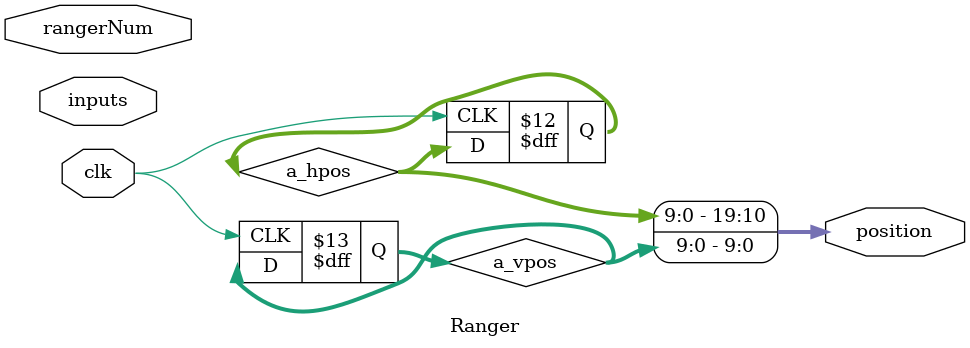
<source format=v>
`timescale 1ns / 1ps

module Ranger(
	input clk,
	input [2:0] rangerNum,
	input [3:0] inputs,
	output [19:0] position
    );
	 
	//Enemy initial positions here
	reg [9:0] a_hpos = 263;
   reg [9:0] a_vpos = 170;  
	
	assign position = {a_hpos,a_vpos};
	
	always@(posedge clk) begin
		case(inputs)
			4'b1000: a_vpos <= a_vpos;// - 3'd5; // up
			4'b0100: a_vpos <= a_vpos;// + 3'd5; // down
			4'b0010: a_hpos <= a_hpos;// - 3'd5; //left
			4'b0001: a_hpos <= a_hpos;// + 3'd5; //right
		endcase
	end
endmodule

</source>
